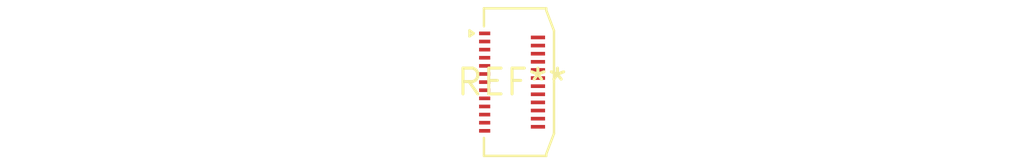
<source format=kicad_pcb>
(kicad_pcb (version 20240108) (generator pcbnew)
  (layers (0 "F.Cu" signal) (31 "B.Cu" signal) (34 "B.Paste" user) (35 "F.Paste" user) (36 "B.SilkS" user "B.Silkscreen") (37 "F.SilkS" user "F.Silkscreen") (38 "B.Mask" user) (39 "F.Mask" user) (44 "Edge.Cuts" user))
  (net 0 "")
  (footprint "JAE_FF0825SA1_2Rows-25Pins_P0.40mm_Horizontal" (layer "F.Cu") (at 0 0)
    (property "Reference" "REF**")
    (property "Value" "JAE_FF0825SA1_2Rows-25Pins_P0.40mm_Horizontal")
    (fp_line (start -2.097132 -2.55) (end -1.885 -2.4) (layer "F.SilkS") (stroke (width 0.12)))
    (fp_line (start -2.097132 -2.25) (end -2.097132 -2.55) (layer "F.SilkS") (stroke (width 0.12)))
    (fp_line (start -1.885 -2.4) (end -2.097132 -2.25) (layer "F.SilkS") (stroke (width 0.12)))
    (fp_line (start -1.385 -3.635) (end 1.685 -3.635) (layer "F.SilkS") (stroke (width 0.12)))
    (fp_line (start -1.385 -2.75) (end -1.385 -3.635) (layer "F.SilkS") (stroke (width 0.12)))
    (fp_line (start -1.385 2.75) (end -1.385 3.635) (layer "F.SilkS") (stroke (width 0.12)))
    (fp_line (start -1.385 3.635) (end 1.685 3.635) (layer "F.SilkS") (stroke (width 0.12)))
    (fp_line (start 1.685 -3.635) (end 1.685 -3.535) (layer "F.SilkS") (stroke (width 0.12)))
    (fp_line (start 1.685 -3.535) (end 2.065 -2.535) (layer "F.SilkS") (stroke (width 0.12)))
    (fp_line (start 1.685 3.535) (end 2.065 2.535) (layer "F.SilkS") (stroke (width 0.12)))
    (fp_line (start 1.685 3.635) (end 1.685 3.535) (layer "F.SilkS") (stroke (width 0.12)))
    (fp_line (start 2.065 -2.535) (end 2.065 0) (layer "F.SilkS") (stroke (width 0.12)))
    (fp_line (start 2.065 2.535) (end 2.065 0) (layer "F.SilkS") (stroke (width 0.12)))
    (pad "1" smd rect (at -1.35 -2.4) (size 0.55 0.18) (layers "F.Cu" "F.Paste" "F.Mask"))
    (pad "2" smd rect (at 1.275 -2.2) (size 0.7 0.18) (layers "F.Cu" "F.Paste" "F.Mask"))
    (pad "3" smd rect (at -1.35 -2) (size 0.55 0.18) (layers "F.Cu" "F.Paste" "F.Mask"))
    (pad "4" smd rect (at 1.275 -1.8) (size 0.7 0.18) (layers "F.Cu" "F.Paste" "F.Mask"))
    (pad "5" smd rect (at -1.35 -1.6) (size 0.55 0.18) (layers "F.Cu" "F.Paste" "F.Mask"))
    (pad "6" smd rect (at 1.275 -1.4) (size 0.7 0.18) (layers "F.Cu" "F.Paste" "F.Mask"))
    (pad "7" smd rect (at -1.35 -1.2) (size 0.55 0.18) (layers "F.Cu" "F.Paste" "F.Mask"))
    (pad "8" smd rect (at 1.275 -1) (size 0.7 0.18) (layers "F.Cu" "F.Paste" "F.Mask"))
    (pad "9" smd rect (at -1.35 -0.8) (size 0.55 0.18) (layers "F.Cu" "F.Paste" "F.Mask"))
    (pad "10" smd rect (at 1.275 -0.6) (size 0.7 0.18) (layers "F.Cu" "F.Paste" "F.Mask"))
    (pad "11" smd rect (at -1.35 -0.4) (size 0.55 0.18) (layers "F.Cu" "F.Paste" "F.Mask"))
    (pad "12" smd rect (at 1.275 -0.2) (size 0.7 0.18) (layers "F.Cu" "F.Paste" "F.Mask"))
    (pad "13" smd rect (at -1.35 0) (size 0.55 0.18) (layers "F.Cu" "F.Paste" "F.Mask"))
    (pad "14" smd rect (at 1.275 0.2) (size 0.7 0.18) (layers "F.Cu" "F.Paste" "F.Mask"))
    (pad "15" smd rect (at -1.35 0.4) (size 0.55 0.18) (layers "F.Cu" "F.Paste" "F.Mask"))
    (pad "16" smd rect (at 1.275 0.6) (size 0.7 0.18) (layers "F.Cu" "F.Paste" "F.Mask"))
    (pad "17" smd rect (at -1.35 0.8) (size 0.55 0.18) (layers "F.Cu" "F.Paste" "F.Mask"))
    (pad "18" smd rect (at 1.275 1) (size 0.7 0.18) (layers "F.Cu" "F.Paste" "F.Mask"))
    (pad "19" smd rect (at -1.35 1.2) (size 0.55 0.18) (layers "F.Cu" "F.Paste" "F.Mask"))
    (pad "20" smd rect (at 1.275 1.4) (size 0.7 0.18) (layers "F.Cu" "F.Paste" "F.Mask"))
    (pad "21" smd rect (at -1.35 1.6) (size 0.55 0.18) (layers "F.Cu" "F.Paste" "F.Mask"))
    (pad "22" smd rect (at 1.275 1.8) (size 0.7 0.18) (layers "F.Cu" "F.Paste" "F.Mask"))
    (pad "23" smd rect (at -1.35 2) (size 0.55 0.18) (layers "F.Cu" "F.Paste" "F.Mask"))
    (pad "24" smd rect (at 1.275 2.2) (size 0.7 0.18) (layers "F.Cu" "F.Paste" "F.Mask"))
    (pad "25" smd rect (at -1.35 2.4) (size 0.55 0.18) (layers "F.Cu" "F.Paste" "F.Mask"))
  )
)
</source>
